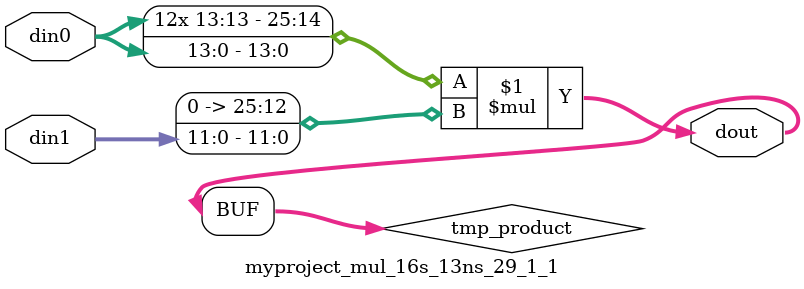
<source format=v>

`timescale 1 ns / 1 ps

  module myproject_mul_16s_13ns_29_1_1(din0, din1, dout);
parameter ID = 1;
parameter NUM_STAGE = 0;
parameter din0_WIDTH = 14;
parameter din1_WIDTH = 12;
parameter dout_WIDTH = 26;

input [din0_WIDTH - 1 : 0] din0; 
input [din1_WIDTH - 1 : 0] din1; 
output [dout_WIDTH - 1 : 0] dout;

wire signed [dout_WIDTH - 1 : 0] tmp_product;












assign tmp_product = $signed(din0) * $signed({1'b0, din1});









assign dout = tmp_product;







endmodule

</source>
